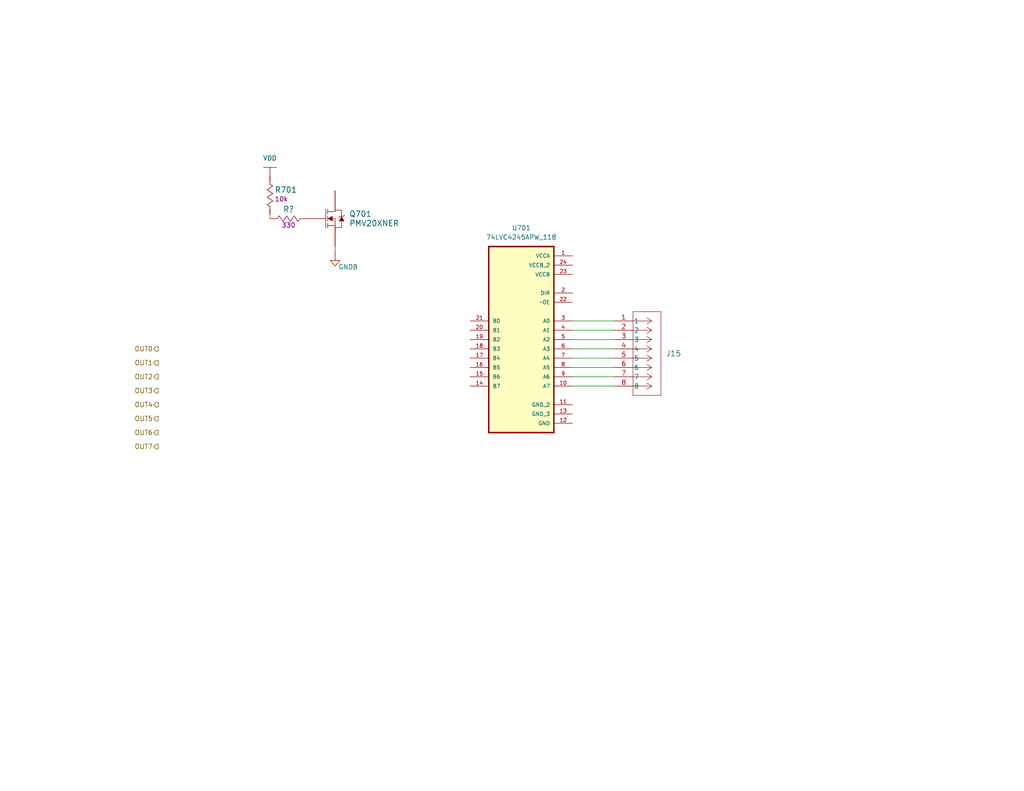
<source format=kicad_sch>
(kicad_sch (version 20231120) (generator "eeschema") (generator_version "8.0")
  (paper "USLetter")
  (title_block (comment 1 "Gérémy Sauvageau"))
  (lib_symbols
    (symbol "Connectors:2350514-8" (pin_names (offset 0.254))
      (property "Reference" "J" (at 8.89 6.35 0))
      (symbol "2350514-8_1_1"
        (polyline (pts (xy 5.08 -20.32) (xy 12.7 -20.32)) (stroke (width 0.127)))
        (polyline (pts (xy 5.08 2.54) (xy 5.08 -20.32)) (stroke (width 0.127)))
        (polyline (pts (xy 10.16 -17.78) (xy 5.08 -17.78)) (stroke (width 0.127)))
        (polyline (pts (xy 10.16 -17.78) (xy 8.89 -18.6267)) (stroke (width 0.127)))
        (polyline (pts (xy 10.16 -17.78) (xy 8.89 -16.9333)) (stroke (width 0.127)))
        (polyline (pts (xy 10.16 -15.24) (xy 5.08 -15.24)) (stroke (width 0.127)))
        (polyline (pts (xy 10.16 -15.24) (xy 8.89 -16.0867)) (stroke (width 0.127)))
        (polyline (pts (xy 10.16 -15.24) (xy 8.89 -14.3933)) (stroke (width 0.127)))
        (polyline (pts (xy 10.16 -12.7) (xy 5.08 -12.7)) (stroke (width 0.127)))
        (polyline (pts (xy 10.16 -12.7) (xy 8.89 -13.5467)) (stroke (width 0.127)))
        (polyline (pts (xy 10.16 -12.7) (xy 8.89 -11.8533)) (stroke (width 0.127)))
        (polyline (pts (xy 10.16 -10.16) (xy 5.08 -10.16)) (stroke (width 0.127)))
        (polyline (pts (xy 10.16 -10.16) (xy 8.89 -11.0067)) (stroke (width 0.127)))
        (polyline (pts (xy 10.16 -10.16) (xy 8.89 -9.3133)) (stroke (width 0.127)))
        (polyline (pts (xy 10.16 -7.62) (xy 5.08 -7.62)) (stroke (width 0.127)))
        (polyline (pts (xy 10.16 -7.62) (xy 8.89 -8.4667)) (stroke (width 0.127)))
        (polyline (pts (xy 10.16 -7.62) (xy 8.89 -6.7733)) (stroke (width 0.127)))
        (polyline (pts (xy 10.16 -5.08) (xy 5.08 -5.08)) (stroke (width 0.127)))
        (polyline (pts (xy 10.16 -5.08) (xy 8.89 -5.9267)) (stroke (width 0.127)))
        (polyline (pts (xy 10.16 -5.08) (xy 8.89 -4.2333)) (stroke (width 0.127)))
        (polyline (pts (xy 10.16 -2.54) (xy 5.08 -2.54)) (stroke (width 0.127)))
        (polyline (pts (xy 10.16 -2.54) (xy 8.89 -3.3867)) (stroke (width 0.127)))
        (polyline (pts (xy 10.16 -2.54) (xy 8.89 -1.6933)) (stroke (width 0.127)))
        (polyline (pts (xy 10.16 0) (xy 5.08 0)) (stroke (width 0.127)))
        (polyline (pts (xy 10.16 0) (xy 8.89 -0.8467)) (stroke (width 0.127)))
        (polyline (pts (xy 10.16 0) (xy 8.89 0.8467)) (stroke (width 0.127)))
        (polyline (pts (xy 12.7 -20.32) (xy 12.7 2.54)) (stroke (width 0.127)))
        (polyline (pts (xy 12.7 2.54) (xy 5.08 2.54)) (stroke (width 0.127)))
        (pin unspecified line (at 0 0 0) (length 5.08) (name "1") (number "1"))
        (pin unspecified line (at 0 -2.54 0) (length 5.08) (name "2") (number "2"))
        (pin unspecified line (at 0 -5.08 0) (length 5.08) (name "3") (number "3"))
        (pin unspecified line (at 0 -7.62 0) (length 5.08) (name "4") (number "4"))
        (pin unspecified line (at 0 -10.16 0) (length 5.08) (name "5") (number "5"))
        (pin unspecified line (at 0 -12.7 0) (length 5.08) (name "6") (number "6"))
        (pin unspecified line (at 0 -15.24 0) (length 5.08) (name "7") (number "7"))
        (pin unspecified line (at 0 -17.78 0) (length 5.08) (name "8") (number "8"))
      )
      (symbol "2350514-8_1_2"
        (polyline (pts (xy 5.08 -20.32) (xy 12.7 -20.32)) (stroke (width 0.127)))
        (polyline (pts (xy 5.08 2.54) (xy 5.08 -20.32)) (stroke (width 0.127)))
        (polyline (pts (xy 7.62 -17.78) (xy 5.08 -17.78)) (stroke (width 0.127)))
        (polyline (pts (xy 7.62 -17.78) (xy 8.89 -18.6267)) (stroke (width 0.127)))
        (polyline (pts (xy 7.62 -17.78) (xy 8.89 -16.9333)) (stroke (width 0.127)))
        (polyline (pts (xy 7.62 -15.24) (xy 5.08 -15.24)) (stroke (width 0.127)))
        (polyline (pts (xy 7.62 -15.24) (xy 8.89 -16.0867)) (stroke (width 0.127)))
        (polyline (pts (xy 7.62 -15.24) (xy 8.89 -14.3933)) (stroke (width 0.127)))
        (polyline (pts (xy 7.62 -12.7) (xy 5.08 -12.7)) (stroke (width 0.127)))
        (polyline (pts (xy 7.62 -12.7) (xy 8.89 -13.5467)) (stroke (width 0.127)))
        (polyline (pts (xy 7.62 -12.7) (xy 8.89 -11.8533)) (stroke (width 0.127)))
        (polyline (pts (xy 7.62 -10.16) (xy 5.08 -10.16)) (stroke (width 0.127)))
        (polyline (pts (xy 7.62 -10.16) (xy 8.89 -11.0067)) (stroke (width 0.127)))
        (polyline (pts (xy 7.62 -10.16) (xy 8.89 -9.3133)) (stroke (width 0.127)))
        (polyline (pts (xy 7.62 -7.62) (xy 5.08 -7.62)) (stroke (width 0.127)))
        (polyline (pts (xy 7.62 -7.62) (xy 8.89 -8.4667)) (stroke (width 0.127)))
        (polyline (pts (xy 7.62 -7.62) (xy 8.89 -6.7733)) (stroke (width 0.127)))
        (polyline (pts (xy 7.62 -5.08) (xy 5.08 -5.08)) (stroke (width 0.127)))
        (polyline (pts (xy 7.62 -5.08) (xy 8.89 -5.9267)) (stroke (width 0.127)))
        (polyline (pts (xy 7.62 -5.08) (xy 8.89 -4.2333)) (stroke (width 0.127)))
        (polyline (pts (xy 7.62 -2.54) (xy 5.08 -2.54)) (stroke (width 0.127)))
        (polyline (pts (xy 7.62 -2.54) (xy 8.89 -3.3867)) (stroke (width 0.127)))
        (polyline (pts (xy 7.62 -2.54) (xy 8.89 -1.6933)) (stroke (width 0.127)))
        (polyline (pts (xy 7.62 0) (xy 5.08 0)) (stroke (width 0.127)))
        (polyline (pts (xy 7.62 0) (xy 8.89 -0.8467)) (stroke (width 0.127)))
        (polyline (pts (xy 7.62 0) (xy 8.89 0.8467)) (stroke (width 0.127)))
        (polyline (pts (xy 12.7 -20.32) (xy 12.7 2.54)) (stroke (width 0.127)))
        (polyline (pts (xy 12.7 2.54) (xy 5.08 2.54)) (stroke (width 0.127)))
        (pin unspecified line (at 0 0 0) (length 5.08) (name "1") (number "1"))
        (pin unspecified line (at 0 -2.54 0) (length 5.08) (name "2") (number "2"))
        (pin unspecified line (at 0 -5.08 0) (length 5.08) (name "3") (number "3"))
        (pin unspecified line (at 0 -7.62 0) (length 5.08) (name "4") (number "4"))
        (pin unspecified line (at 0 -10.16 0) (length 5.08) (name "5") (number "5"))
        (pin unspecified line (at 0 -12.7 0) (length 5.08) (name "6") (number "6"))
        (pin unspecified line (at 0 -15.24 0) (length 5.08) (name "7") (number "7"))
        (pin unspecified line (at 0 -17.78 0) (length 5.08) (name "8") (number "8"))
      )
    )
    (symbol "Interface:74LVC4245APW_118" (pin_names (offset 1.016))
      (property "Reference" "U" (at -5.1107 27.4604 0))
      (property "Value" "74LVC4245APW_118" (at -3.6643 -35.0147 0))
      (symbol "74LVC4245APW_118_0_0"
        (rectangle (start -12.7 22.86) (end 5.08 -27.94) (stroke (width 0.4064)) (fill (type background)))
        (pin power_in line (at -17.78 20.32 0) (length 5.08) (name "VCCA") (number "1"))
        (pin bidirectional line (at -17.78 -15.24 0) (length 5.08) (name "A7") (number "10"))
        (pin passive line (at -17.78 -20.32 0) (length 5.08) (name "GND_2") (number "11"))
        (pin passive line (at -17.78 -25.4 0) (length 5.08) (name "GND") (number "12"))
        (pin passive line (at -17.78 -22.86 0) (length 5.08) (name "GND_3") (number "13"))
        (pin bidirectional line (at 10.16 -15.24 180) (length 5.08) (name "B7") (number "14"))
        (pin bidirectional line (at 10.16 -12.7 180) (length 5.08) (name "B6") (number "15"))
        (pin bidirectional line (at 10.16 -10.16 180) (length 5.08) (name "B5") (number "16"))
        (pin bidirectional line (at 10.16 -7.62 180) (length 5.08) (name "B4") (number "17"))
        (pin bidirectional line (at 10.16 -5.08 180) (length 5.08) (name "B3") (number "18"))
        (pin bidirectional line (at 10.16 -2.54 180) (length 5.08) (name "B2") (number "19"))
        (pin input line (at -17.78 10.16 0) (length 5.08) (name "DIR") (number "2"))
        (pin bidirectional line (at 10.16 0 180) (length 5.08) (name "B1") (number "20"))
        (pin bidirectional line (at 10.16 2.54 180) (length 5.08) (name "B0") (number "21"))
        (pin input line (at -17.78 7.62 0) (length 5.08) (name "~OE") (number "22"))
        (pin power_in line (at -17.78 15.24 0) (length 5.08) (name "VCCB") (number "23"))
        (pin power_in line (at -17.78 17.78 0) (length 5.08) (name "VCCB_2") (number "24"))
        (pin bidirectional line (at -17.78 2.54 0) (length 5.08) (name "A0") (number "3"))
        (pin bidirectional line (at -17.78 0 0) (length 5.08) (name "A1") (number "4"))
        (pin bidirectional line (at -17.78 -2.54 0) (length 5.08) (name "A2") (number "5"))
        (pin bidirectional line (at -17.78 -5.08 0) (length 5.08) (name "A3") (number "6"))
        (pin bidirectional line (at -17.78 -7.62 0) (length 5.08) (name "A4") (number "7"))
        (pin bidirectional line (at -17.78 -10.16 0) (length 5.08) (name "A5") (number "8"))
        (pin bidirectional line (at -17.78 -12.7 0) (length 5.08) (name "A6") (number "9"))
      )
    )
    (symbol "Power_Port:GNDB" (power) (pin_numbers hide) (pin_names (offset 0) hide)
      (property "Value" "GNDB" (at 0 -2.54 0))
      (symbol "GNDB_0_1"
        (polyline (pts (xy 0 0) (xy 1.27 0)))
        (polyline (pts (xy -1.27 0) (xy 0 -1.524) (xy 1.27 0)) (fill (type background)))
        (polyline (pts (xy 0 2.54) (xy 0 0) (xy -1.27 0)))
      )
      (symbol "GNDB_1_1"
        (pin power_in line (at 0 2.54 90) (length 0) hide (name "GNDB") (number "1"))
      )
    )
    (symbol "Power_Port:VDD" (power) (pin_numbers hide) (pin_names (offset 0) hide)
      (property "Value" "VDD" (at -0.254 3.556 0))
      (symbol "VDD_0_1"
        (polyline (pts (xy -1.778 2.54) (xy 0 2.54)))
        (polyline (pts (xy 0 0) (xy 0 2.54)))
        (polyline (pts (xy 0 2.54) (xy 1.778 2.54)))
      )
      (symbol "VDD_1_1"
        (pin power_in line (at 0 0 90) (length 0) hide (name "VDD") (number "1"))
      )
    )
    (symbol "Resistors:RC0805JR-0710KL" (pin_numbers hide) (pin_names (offset 0) hide)
      (property "Reference" "R" (at 0 2.032 0))
      (property "Resistance (Ohms)" "10k" (at 0 -1.778 0))
      (symbol "RC0805JR-0710KL_0_1"
        (rectangle (start -3.048 0) (end -3.81 0))
        (polyline (pts (xy -3.048 0) (xy -2.54 0.762) (xy -2.032 0) (xy -1.524 -0.762) (xy -1.016 0) (xy -0.508 0.762) (xy 0 0) (xy 0.508 -0.762) (xy 1.016 0) (xy 1.524 0.762) (xy 2.032 0) (xy 2.54 -0.762) (xy 3.048 0)))
        (rectangle (start 3.81 0) (end 3.048 0))
      )
      (symbol "RC0805JR-0710KL_1_1"
        (pin passive line (at -5.08 0 0) (length 1.27) (name "1") (number "1"))
        (pin passive line (at 5.08 0 180) (length 1.27) (name "2") (number "2"))
      )
    )
    (symbol "Resistors:RC0805JR-07330RL" (pin_numbers hide) (pin_names (offset 0) hide)
      (property "Reference" "R" (at 0 2.032 0))
      (property "Resistance (Ohms)" "330" (at 0 -1.778 0))
      (symbol "RC0805JR-07330RL_0_1"
        (rectangle (start -3.048 0) (end -3.81 0))
        (polyline (pts (xy -3.048 0) (xy -2.54 0.762) (xy -2.032 0) (xy -1.524 -0.762) (xy -1.016 0) (xy -0.508 0.762) (xy 0 0) (xy 0.508 -0.762) (xy 1.016 0) (xy 1.524 0.762) (xy 2.032 0) (xy 2.54 -0.762) (xy 3.048 0)))
        (rectangle (start 3.81 0) (end 3.048 0))
      )
      (symbol "RC0805JR-07330RL_1_1"
        (pin passive line (at -5.08 0 0) (length 1.27) (name "1") (number "1"))
        (pin passive line (at 5.08 0 180) (length 1.27) (name "2") (number "2"))
      )
    )
    (symbol "Transistors:PMV20XNER" (pin_numbers hide) (pin_names (offset 0) hide)
      (property "Reference" "Q" (at -9.144 4.826 0))
      (property "Value" "PMV20XNER" (at -6.604 2.54 0))
      (symbol "PMV20XNER_0_1"
        (polyline (pts (xy 0 0) (xy 0 -2.54)))
        (polyline (pts (xy 0 0) (xy 0 2.54)))
        (polyline (pts (xy 0.508 -1.27) (xy 0.508 -2.54)))
        (polyline (pts (xy 0.508 -0.635) (xy 0.508 0.635)))
        (polyline (pts (xy 0.508 1.27) (xy 0.508 2.54)))
        (polyline (pts (xy 2.54 -2.54) (xy 2.54 -1.905)))
        (polyline (pts (xy 3.81 -0.635) (xy 3.683 -0.635)))
        (polyline (pts (xy 0.508 1.905) (xy 2.54 1.905) (xy 2.54 2.54)))
        (polyline (pts (xy 4.318 -0.635) (xy 4.318 -2.413) (xy 2.54 -2.413)))
        (polyline (pts (xy 4.318 0.635) (xy 4.318 2.286) (xy 2.54 2.286)))
        (polyline (pts (xy 0.508 -1.905) (xy 2.54 -1.905) (xy 2.54 0) (xy 1.778 0)))
        (polyline (pts (xy 0.635 0) (xy 1.778 0.635) (xy 1.778 -0.635) (xy 0.635 0)) (fill (type outline)))
        (polyline (pts (xy 3.556 0.254) (xy 3.81 0.635) (xy 4.826 0.635) (xy 5.08 1.016)))
        (polyline (pts (xy 3.683 -0.635) (xy 4.318 0.508) (xy 4.953 -0.635) (xy 3.81 -0.635)) (fill (type outline)))
      )
      (symbol "PMV20XNER_1_1"
        (pin input line (at -5.08 0 0) (length 5.08) (name "G") (number "1"))
        (pin input line (at 2.54 -7.62 90) (length 5.08) (name "S") (number "2"))
        (pin input line (at 2.54 7.62 270) (length 5.08) (name "D") (number "3"))
      )
    )
  )
  (wire (pts (xy 156.21 87.63) (xy 167.64 87.63)))
  (wire (pts (xy 156.21 90.17) (xy 167.64 90.17)))
  (wire (pts (xy 156.21 92.71) (xy 167.64 92.71)))
  (wire (pts (xy 73.66 58.42) (xy 73.66 59.69)))
  (wire (pts (xy 156.21 95.25) (xy 167.64 95.25)))
  (wire (pts (xy 156.21 100.33) (xy 167.64 100.33)))
  (wire (pts (xy 156.21 97.79) (xy 167.64 97.79)))
  (wire (pts (xy 156.21 102.87) (xy 167.64 102.87)))
  (wire (pts (xy 156.21 105.41) (xy 167.64 105.41)))
  (wire (pts (xy 91.44 68.58) (xy 91.44 67.31)))
  (hierarchical_label "OUT7" (shape output) (at 43.18 121.92 180))
  (hierarchical_label "OUT1" (shape output) (at 43.18 99.06 180))
  (hierarchical_label "OUT2" (shape output) (at 43.18 102.87 180))
  (hierarchical_label "OUT4" (shape output) (at 43.18 110.49 180))
  (hierarchical_label "OUT6" (shape output) (at 43.18 118.11 180))
  (hierarchical_label "OUT3" (shape output) (at 43.18 106.68 180))
  (hierarchical_label "OUT5" (shape output) (at 43.18 114.3 180))
  (hierarchical_label "OUT0" (shape output) (at 43.18 95.25 180))
  (symbol (lib_id "Transistors:PMV20XNER") (at 88.9 59.69 0) (unit 1)
    (property "Reference" "Q701" (at 95.25 58.4199 0) (effects (font (size 1.524 1.524)) (justify left)))
    (property "Value" "PMV20XNER" (at 95.25 60.9599 0) (effects (font (size 1.524 1.524)) (justify left)))
    (property "Footprint" "IC:SOT-23-3" (effects (hide yes)))
    (property "Datasheet" "https://assets.nexperia.com/documents/data-sheet/PMV20XNE.pdf" (effects (hide yes)))
    (property "Description" "MOSFET N-CH 30V 5.7A TO236AB" (effects (hide yes)))
    (property "Supplier" "Digikey" (effects (hide yes)))
    (property "Supplier Part Number" "1727-2302-1-ND" (effects (hide yes)))
    (property "Manufacturer" "Nexperia USA Inc." (effects (hide yes)))
    (property "Manufacturer Part Number" "PMV20XNER" (effects (hide yes)))
  )
  (symbol (lib_id "Resistors:RC0805JR-0710KL") (at 73.66 53.34 90) (unit 1)
    (property "Reference" "R701" (at 74.93 51.816 90) (effects (font (size 1.524 1.524)) (justify right)))
    (property "Value" "RC0805JR-0710KL" (effects (hide yes)))
    (property "Footprint" "Resistors:R0805" (effects (hide yes)))
    (property "Datasheet" "http://www.yageo.com/documents/recent/PYu-RC_Group_51_RoHS_L_7.pdf" (effects (hide yes)))
    (property "Description" "RES SMD 10K OHM 5% 1/8W 0805" (effects (hide yes)))
    (property "Supplier" "Digikey" (effects (hide yes)))
    (property "Supplier Part Number" "311-10KARCT-ND" (effects (hide yes)))
    (property "Manufacturer" "Yageo" (effects (hide yes)))
    (property "Manufacturer Part Number" "RC0805JR-0710KL" (effects (hide yes)))
    (property "Resistance (Ohms)" "10k" (at 74.93 54.356 90) (effects (justify right)))
    (property "Tolerance (%)" "±5%" (effects (hide yes)))
    (property "Puissance (Watts)" "1/8W" (effects (hide yes)))
  )
  (symbol (lib_id "Power_Port:VDD") (at 73.66 48.26 0) (unit 1)
    (property "Reference" "#PWR0702" (effects (hide yes)))
    (property "Value" "VDD" (at 73.66 43.18 0))
  )
  (symbol (lib_id "Power_Port:GNDB") (at 91.44 71.12 0) (unit 1)
    (property "Reference" "#PWR0701" (effects (hide yes)))
    (property "Value" "GNDB" (at 94.996 72.898 0))
  )
  (symbol (lib_id "Interface:74LVC4245APW_118") (at 138.43 90.17 0) (mirror y) (unit 1)
    (property "Reference" "U701" (at 142.24 62.23 0))
    (property "Value" "74LVC4245APW_118" (at 142.24 64.77 0))
    (property "Footprint" "IC:SOP65P640X110-24N" (effects (hide yes)))
    (property "Datasheet" "https://assets.nexperia.com/documents/data-sheet/74LVC4245A.pdf" (effects (hide yes)))
    (property "Description" "level shifter 8 channel bidirectionnal" (effects (hide yes)))
    (property "Supplier" "Digikey" (effects (hide yes)))
    (property "Supplier Part Number" "1727-4308-1-ND" (effects (hide yes)))
    (property "Manufacturer" "Nexperia" (effects (hide yes)))
    (property "Manufacturer Part Number" "74LVC4245APW_118" (effects (hide yes)))
  )
  (symbol (lib_id "Resistors:RC0805JR-07330RL") (at 78.74 59.69 0) (unit 1)
    (property "Reference" "R?" (at 78.74 57.15 0) (effects (font (size 1.524 1.524))))
    (property "Value" "RC0805JR-07330RL" (effects (hide yes)))
    (property "Footprint" "Resistors:R0805" (effects (hide yes)))
    (property "Datasheet" "http://www.yageo.com/documents/recent/PYu-RC_Group_51_RoHS_L_7.pdf" (effects (hide yes)))
    (property "Description" "RES SMD 330 OHM 5% 1/8W 0805" (effects (hide yes)))
    (property "Supplier" "Digikey" (effects (hide yes)))
    (property "Supplier Part Number" "311-330ARCT-ND" (effects (hide yes)))
    (property "Manufacturer" "Yageo" (effects (hide yes)))
    (property "Manufacturer Part Number" "RC0805JR-07330RL" (effects (hide yes)))
    (property "Resistance (Ohms)" "330" (at 78.74 61.468 0))
    (property "Tolerance (%)" "±5%" (effects (hide yes)))
    (property "Puissance (Watts)" "1/8W" (effects (hide yes)))
  )
  (symbol (lib_id "Connectors:2350514-8") (at 167.64 87.63 0) (unit 1)
    (property "Reference" "J15" (at 181.61 96.5199 0) (effects (font (size 1.524 1.524)) (justify left)))
    (property "Value" "2350514-8" (effects (hide yes)))
    (property "Footprint" "Connectors:CONN8_2350514-8_TEC" (effects (hide yes)))
    (property "Description" "Terminal block 8pos 3.5mm" (effects (hide yes)))
    (property "Manufacturer" "TE Connectivity" (effects (hide yes)))
    (property "Manufacturer Part Number" "2350514-8" (effects (hide yes)))
    (property "Supplier" "Digikey" (effects (hide yes)))
    (property "Supplier Part Number" "A145383-ND" (effects (hide yes)))
  )
)
</source>
